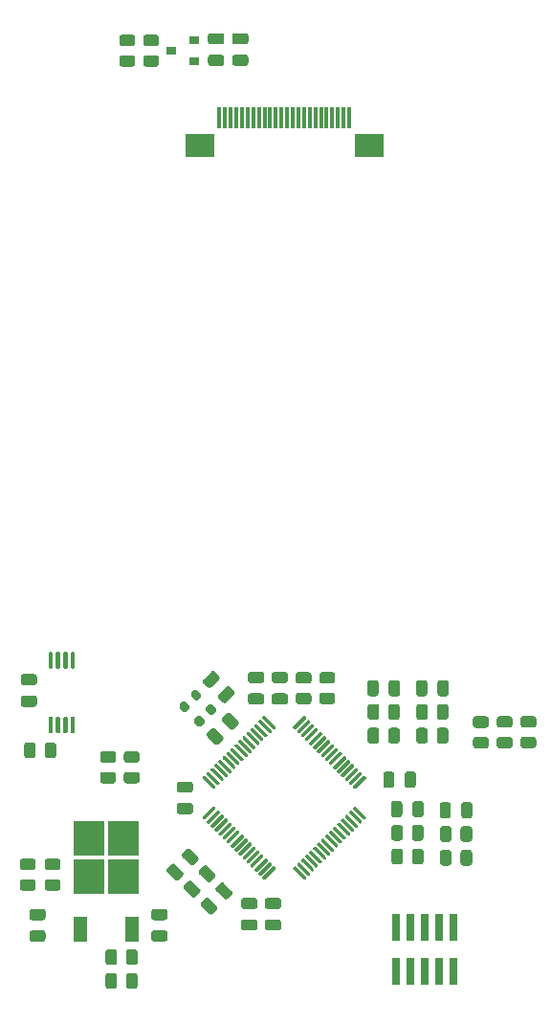
<source format=gbp>
G04 #@! TF.GenerationSoftware,KiCad,Pcbnew,(5.1.12)-1*
G04 #@! TF.CreationDate,2022-09-28T12:59:49-05:00*
G04 #@! TF.ProjectId,Controller_Borad,436f6e74-726f-46c6-9c65-725f426f7261,rev?*
G04 #@! TF.SameCoordinates,Original*
G04 #@! TF.FileFunction,Paste,Bot*
G04 #@! TF.FilePolarity,Positive*
%FSLAX46Y46*%
G04 Gerber Fmt 4.6, Leading zero omitted, Abs format (unit mm)*
G04 Created by KiCad (PCBNEW (5.1.12)-1) date 2022-09-28 12:59:49*
%MOMM*%
%LPD*%
G01*
G04 APERTURE LIST*
%ADD10R,2.500000X2.000000*%
%ADD11R,0.300000X1.900000*%
%ADD12R,0.900000X0.800000*%
%ADD13R,0.740000X2.400000*%
%ADD14R,2.750000X3.050000*%
%ADD15R,1.200000X2.200000*%
G04 APERTURE END LIST*
D10*
X232500000Y-61000000D03*
X247500000Y-61000000D03*
D11*
X245750000Y-58500000D03*
X245250000Y-58500000D03*
X244750000Y-58500000D03*
X244250000Y-58500000D03*
X243750000Y-58500000D03*
X243250000Y-58500000D03*
X242750000Y-58500000D03*
X242250000Y-58500000D03*
X241750000Y-58500000D03*
X241250000Y-58500000D03*
X240750000Y-58500000D03*
X240250000Y-58500000D03*
X239750000Y-58500000D03*
X239250000Y-58500000D03*
X238750000Y-58500000D03*
X238250000Y-58500000D03*
X237750000Y-58500000D03*
X237250000Y-58500000D03*
X236750000Y-58500000D03*
X236250000Y-58500000D03*
X235750000Y-58500000D03*
X235250000Y-58500000D03*
X234750000Y-58500000D03*
X234250000Y-58500000D03*
G36*
G01*
X235204073Y-112617678D02*
X234532322Y-111945927D01*
G75*
G02*
X234532322Y-111592373I176777J176777D01*
G01*
X234885875Y-111238820D01*
G75*
G02*
X235239429Y-111238820I176777J-176777D01*
G01*
X235911180Y-111910571D01*
G75*
G02*
X235911180Y-112264125I-176777J-176777D01*
G01*
X235557627Y-112617678D01*
G75*
G02*
X235204073Y-112617678I-176777J176777D01*
G01*
G37*
G36*
G01*
X233860571Y-113961180D02*
X233188820Y-113289429D01*
G75*
G02*
X233188820Y-112935875I176777J176777D01*
G01*
X233542373Y-112582322D01*
G75*
G02*
X233895927Y-112582322I176777J-176777D01*
G01*
X234567678Y-113254073D01*
G75*
G02*
X234567678Y-113607627I-176777J-176777D01*
G01*
X234214125Y-113961180D01*
G75*
G02*
X233860571Y-113961180I-176777J176777D01*
G01*
G37*
G36*
G01*
X234182322Y-109554073D02*
X234854073Y-108882322D01*
G75*
G02*
X235207627Y-108882322I176777J-176777D01*
G01*
X235561180Y-109235875D01*
G75*
G02*
X235561180Y-109589429I-176777J-176777D01*
G01*
X234889429Y-110261180D01*
G75*
G02*
X234535875Y-110261180I-176777J176777D01*
G01*
X234182322Y-109907627D01*
G75*
G02*
X234182322Y-109554073I176777J176777D01*
G01*
G37*
G36*
G01*
X232838820Y-108210571D02*
X233510571Y-107538820D01*
G75*
G02*
X233864125Y-107538820I176777J-176777D01*
G01*
X234217678Y-107892373D01*
G75*
G02*
X234217678Y-108245927I-176777J-176777D01*
G01*
X233545927Y-108917678D01*
G75*
G02*
X233192373Y-108917678I-176777J176777D01*
G01*
X232838820Y-108564125D01*
G75*
G02*
X232838820Y-108210571I176777J176777D01*
G01*
G37*
G36*
G01*
X232588908Y-111473833D02*
X232942461Y-111827386D01*
G75*
G02*
X232942461Y-112110228I-141421J-141421D01*
G01*
X232659618Y-112393071D01*
G75*
G02*
X232376776Y-112393071I-141421J141421D01*
G01*
X232023223Y-112039518D01*
G75*
G02*
X232023223Y-111756676I141421J141421D01*
G01*
X232306066Y-111473833D01*
G75*
G02*
X232588908Y-111473833I141421J-141421D01*
G01*
G37*
G36*
G01*
X233614213Y-110448528D02*
X233967766Y-110802081D01*
G75*
G02*
X233967766Y-111084923I-141421J-141421D01*
G01*
X233684923Y-111367766D01*
G75*
G02*
X233402081Y-111367766I-141421J141421D01*
G01*
X233048528Y-111014213D01*
G75*
G02*
X233048528Y-110731371I141421J141421D01*
G01*
X233331371Y-110448528D01*
G75*
G02*
X233614213Y-110448528I141421J-141421D01*
G01*
G37*
G36*
G01*
X231280761Y-110165686D02*
X231634314Y-110519239D01*
G75*
G02*
X231634314Y-110802081I-141421J-141421D01*
G01*
X231351471Y-111084924D01*
G75*
G02*
X231068629Y-111084924I-141421J141421D01*
G01*
X230715076Y-110731371D01*
G75*
G02*
X230715076Y-110448529I141421J141421D01*
G01*
X230997919Y-110165686D01*
G75*
G02*
X231280761Y-110165686I141421J-141421D01*
G01*
G37*
G36*
G01*
X232306066Y-109140381D02*
X232659619Y-109493934D01*
G75*
G02*
X232659619Y-109776776I-141421J-141421D01*
G01*
X232376776Y-110059619D01*
G75*
G02*
X232093934Y-110059619I-141421J141421D01*
G01*
X231740381Y-109706066D01*
G75*
G02*
X231740381Y-109423224I141421J141421D01*
G01*
X232023224Y-109140381D01*
G75*
G02*
X232306066Y-109140381I141421J-141421D01*
G01*
G37*
G36*
G01*
X219225000Y-111525000D02*
X219425000Y-111525000D01*
G75*
G02*
X219525000Y-111625000I0J-100000D01*
G01*
X219525000Y-112900000D01*
G75*
G02*
X219425000Y-113000000I-100000J0D01*
G01*
X219225000Y-113000000D01*
G75*
G02*
X219125000Y-112900000I0J100000D01*
G01*
X219125000Y-111625000D01*
G75*
G02*
X219225000Y-111525000I100000J0D01*
G01*
G37*
G36*
G01*
X219875000Y-111525000D02*
X220075000Y-111525000D01*
G75*
G02*
X220175000Y-111625000I0J-100000D01*
G01*
X220175000Y-112900000D01*
G75*
G02*
X220075000Y-113000000I-100000J0D01*
G01*
X219875000Y-113000000D01*
G75*
G02*
X219775000Y-112900000I0J100000D01*
G01*
X219775000Y-111625000D01*
G75*
G02*
X219875000Y-111525000I100000J0D01*
G01*
G37*
G36*
G01*
X220525000Y-111525000D02*
X220725000Y-111525000D01*
G75*
G02*
X220825000Y-111625000I0J-100000D01*
G01*
X220825000Y-112900000D01*
G75*
G02*
X220725000Y-113000000I-100000J0D01*
G01*
X220525000Y-113000000D01*
G75*
G02*
X220425000Y-112900000I0J100000D01*
G01*
X220425000Y-111625000D01*
G75*
G02*
X220525000Y-111525000I100000J0D01*
G01*
G37*
G36*
G01*
X221175000Y-111525000D02*
X221375000Y-111525000D01*
G75*
G02*
X221475000Y-111625000I0J-100000D01*
G01*
X221475000Y-112900000D01*
G75*
G02*
X221375000Y-113000000I-100000J0D01*
G01*
X221175000Y-113000000D01*
G75*
G02*
X221075000Y-112900000I0J100000D01*
G01*
X221075000Y-111625000D01*
G75*
G02*
X221175000Y-111525000I100000J0D01*
G01*
G37*
G36*
G01*
X221175000Y-105800000D02*
X221375000Y-105800000D01*
G75*
G02*
X221475000Y-105900000I0J-100000D01*
G01*
X221475000Y-107175000D01*
G75*
G02*
X221375000Y-107275000I-100000J0D01*
G01*
X221175000Y-107275000D01*
G75*
G02*
X221075000Y-107175000I0J100000D01*
G01*
X221075000Y-105900000D01*
G75*
G02*
X221175000Y-105800000I100000J0D01*
G01*
G37*
G36*
G01*
X220525000Y-105800000D02*
X220725000Y-105800000D01*
G75*
G02*
X220825000Y-105900000I0J-100000D01*
G01*
X220825000Y-107175000D01*
G75*
G02*
X220725000Y-107275000I-100000J0D01*
G01*
X220525000Y-107275000D01*
G75*
G02*
X220425000Y-107175000I0J100000D01*
G01*
X220425000Y-105900000D01*
G75*
G02*
X220525000Y-105800000I100000J0D01*
G01*
G37*
G36*
G01*
X219875000Y-105800000D02*
X220075000Y-105800000D01*
G75*
G02*
X220175000Y-105900000I0J-100000D01*
G01*
X220175000Y-107175000D01*
G75*
G02*
X220075000Y-107275000I-100000J0D01*
G01*
X219875000Y-107275000D01*
G75*
G02*
X219775000Y-107175000I0J100000D01*
G01*
X219775000Y-105900000D01*
G75*
G02*
X219875000Y-105800000I100000J0D01*
G01*
G37*
G36*
G01*
X219225000Y-105800000D02*
X219425000Y-105800000D01*
G75*
G02*
X219525000Y-105900000I0J-100000D01*
G01*
X219525000Y-107175000D01*
G75*
G02*
X219425000Y-107275000I-100000J0D01*
G01*
X219225000Y-107275000D01*
G75*
G02*
X219125000Y-107175000I0J100000D01*
G01*
X219125000Y-105900000D01*
G75*
G02*
X219225000Y-105800000I100000J0D01*
G01*
G37*
G36*
G01*
X247230167Y-116985266D02*
X246293251Y-117922182D01*
G75*
G02*
X246187185Y-117922182I-53033J53033D01*
G01*
X246081119Y-117816116D01*
G75*
G02*
X246081119Y-117710050I53033J53033D01*
G01*
X247018035Y-116773134D01*
G75*
G02*
X247124101Y-116773134I53033J-53033D01*
G01*
X247230167Y-116879200D01*
G75*
G02*
X247230167Y-116985266I-53033J-53033D01*
G01*
G37*
G36*
G01*
X246876613Y-116631713D02*
X245939697Y-117568629D01*
G75*
G02*
X245833631Y-117568629I-53033J53033D01*
G01*
X245727565Y-117462563D01*
G75*
G02*
X245727565Y-117356497I53033J53033D01*
G01*
X246664481Y-116419581D01*
G75*
G02*
X246770547Y-116419581I53033J-53033D01*
G01*
X246876613Y-116525647D01*
G75*
G02*
X246876613Y-116631713I-53033J-53033D01*
G01*
G37*
G36*
G01*
X246523060Y-116278159D02*
X245586144Y-117215075D01*
G75*
G02*
X245480078Y-117215075I-53033J53033D01*
G01*
X245374012Y-117109009D01*
G75*
G02*
X245374012Y-117002943I53033J53033D01*
G01*
X246310928Y-116066027D01*
G75*
G02*
X246416994Y-116066027I53033J-53033D01*
G01*
X246523060Y-116172093D01*
G75*
G02*
X246523060Y-116278159I-53033J-53033D01*
G01*
G37*
G36*
G01*
X246169506Y-115924606D02*
X245232590Y-116861522D01*
G75*
G02*
X245126524Y-116861522I-53033J53033D01*
G01*
X245020458Y-116755456D01*
G75*
G02*
X245020458Y-116649390I53033J53033D01*
G01*
X245957374Y-115712474D01*
G75*
G02*
X246063440Y-115712474I53033J-53033D01*
G01*
X246169506Y-115818540D01*
G75*
G02*
X246169506Y-115924606I-53033J-53033D01*
G01*
G37*
G36*
G01*
X245815953Y-115571053D02*
X244879037Y-116507969D01*
G75*
G02*
X244772971Y-116507969I-53033J53033D01*
G01*
X244666905Y-116401903D01*
G75*
G02*
X244666905Y-116295837I53033J53033D01*
G01*
X245603821Y-115358921D01*
G75*
G02*
X245709887Y-115358921I53033J-53033D01*
G01*
X245815953Y-115464987D01*
G75*
G02*
X245815953Y-115571053I-53033J-53033D01*
G01*
G37*
G36*
G01*
X245462400Y-115217499D02*
X244525484Y-116154415D01*
G75*
G02*
X244419418Y-116154415I-53033J53033D01*
G01*
X244313352Y-116048349D01*
G75*
G02*
X244313352Y-115942283I53033J53033D01*
G01*
X245250268Y-115005367D01*
G75*
G02*
X245356334Y-115005367I53033J-53033D01*
G01*
X245462400Y-115111433D01*
G75*
G02*
X245462400Y-115217499I-53033J-53033D01*
G01*
G37*
G36*
G01*
X245108846Y-114863946D02*
X244171930Y-115800862D01*
G75*
G02*
X244065864Y-115800862I-53033J53033D01*
G01*
X243959798Y-115694796D01*
G75*
G02*
X243959798Y-115588730I53033J53033D01*
G01*
X244896714Y-114651814D01*
G75*
G02*
X245002780Y-114651814I53033J-53033D01*
G01*
X245108846Y-114757880D01*
G75*
G02*
X245108846Y-114863946I-53033J-53033D01*
G01*
G37*
G36*
G01*
X244755293Y-114510393D02*
X243818377Y-115447309D01*
G75*
G02*
X243712311Y-115447309I-53033J53033D01*
G01*
X243606245Y-115341243D01*
G75*
G02*
X243606245Y-115235177I53033J53033D01*
G01*
X244543161Y-114298261D01*
G75*
G02*
X244649227Y-114298261I53033J-53033D01*
G01*
X244755293Y-114404327D01*
G75*
G02*
X244755293Y-114510393I-53033J-53033D01*
G01*
G37*
G36*
G01*
X244401739Y-114156839D02*
X243464823Y-115093755D01*
G75*
G02*
X243358757Y-115093755I-53033J53033D01*
G01*
X243252691Y-114987689D01*
G75*
G02*
X243252691Y-114881623I53033J53033D01*
G01*
X244189607Y-113944707D01*
G75*
G02*
X244295673Y-113944707I53033J-53033D01*
G01*
X244401739Y-114050773D01*
G75*
G02*
X244401739Y-114156839I-53033J-53033D01*
G01*
G37*
G36*
G01*
X244048186Y-113803286D02*
X243111270Y-114740202D01*
G75*
G02*
X243005204Y-114740202I-53033J53033D01*
G01*
X242899138Y-114634136D01*
G75*
G02*
X242899138Y-114528070I53033J53033D01*
G01*
X243836054Y-113591154D01*
G75*
G02*
X243942120Y-113591154I53033J-53033D01*
G01*
X244048186Y-113697220D01*
G75*
G02*
X244048186Y-113803286I-53033J-53033D01*
G01*
G37*
G36*
G01*
X243694633Y-113449732D02*
X242757717Y-114386648D01*
G75*
G02*
X242651651Y-114386648I-53033J53033D01*
G01*
X242545585Y-114280582D01*
G75*
G02*
X242545585Y-114174516I53033J53033D01*
G01*
X243482501Y-113237600D01*
G75*
G02*
X243588567Y-113237600I53033J-53033D01*
G01*
X243694633Y-113343666D01*
G75*
G02*
X243694633Y-113449732I-53033J-53033D01*
G01*
G37*
G36*
G01*
X243341079Y-113096179D02*
X242404163Y-114033095D01*
G75*
G02*
X242298097Y-114033095I-53033J53033D01*
G01*
X242192031Y-113927029D01*
G75*
G02*
X242192031Y-113820963I53033J53033D01*
G01*
X243128947Y-112884047D01*
G75*
G02*
X243235013Y-112884047I53033J-53033D01*
G01*
X243341079Y-112990113D01*
G75*
G02*
X243341079Y-113096179I-53033J-53033D01*
G01*
G37*
G36*
G01*
X242987526Y-112742626D02*
X242050610Y-113679542D01*
G75*
G02*
X241944544Y-113679542I-53033J53033D01*
G01*
X241838478Y-113573476D01*
G75*
G02*
X241838478Y-113467410I53033J53033D01*
G01*
X242775394Y-112530494D01*
G75*
G02*
X242881460Y-112530494I53033J-53033D01*
G01*
X242987526Y-112636560D01*
G75*
G02*
X242987526Y-112742626I-53033J-53033D01*
G01*
G37*
G36*
G01*
X242633973Y-112389072D02*
X241697057Y-113325988D01*
G75*
G02*
X241590991Y-113325988I-53033J53033D01*
G01*
X241484925Y-113219922D01*
G75*
G02*
X241484925Y-113113856I53033J53033D01*
G01*
X242421841Y-112176940D01*
G75*
G02*
X242527907Y-112176940I53033J-53033D01*
G01*
X242633973Y-112283006D01*
G75*
G02*
X242633973Y-112389072I-53033J-53033D01*
G01*
G37*
G36*
G01*
X242280419Y-112035519D02*
X241343503Y-112972435D01*
G75*
G02*
X241237437Y-112972435I-53033J53033D01*
G01*
X241131371Y-112866369D01*
G75*
G02*
X241131371Y-112760303I53033J53033D01*
G01*
X242068287Y-111823387D01*
G75*
G02*
X242174353Y-111823387I53033J-53033D01*
G01*
X242280419Y-111929453D01*
G75*
G02*
X242280419Y-112035519I-53033J-53033D01*
G01*
G37*
G36*
G01*
X241926866Y-111681965D02*
X240989950Y-112618881D01*
G75*
G02*
X240883884Y-112618881I-53033J53033D01*
G01*
X240777818Y-112512815D01*
G75*
G02*
X240777818Y-112406749I53033J53033D01*
G01*
X241714734Y-111469833D01*
G75*
G02*
X241820800Y-111469833I53033J-53033D01*
G01*
X241926866Y-111575899D01*
G75*
G02*
X241926866Y-111681965I-53033J-53033D01*
G01*
G37*
G36*
G01*
X239222182Y-112512815D02*
X239116116Y-112618881D01*
G75*
G02*
X239010050Y-112618881I-53033J53033D01*
G01*
X238073134Y-111681965D01*
G75*
G02*
X238073134Y-111575899I53033J53033D01*
G01*
X238179200Y-111469833D01*
G75*
G02*
X238285266Y-111469833I53033J-53033D01*
G01*
X239222182Y-112406749D01*
G75*
G02*
X239222182Y-112512815I-53033J-53033D01*
G01*
G37*
G36*
G01*
X238868629Y-112866369D02*
X238762563Y-112972435D01*
G75*
G02*
X238656497Y-112972435I-53033J53033D01*
G01*
X237719581Y-112035519D01*
G75*
G02*
X237719581Y-111929453I53033J53033D01*
G01*
X237825647Y-111823387D01*
G75*
G02*
X237931713Y-111823387I53033J-53033D01*
G01*
X238868629Y-112760303D01*
G75*
G02*
X238868629Y-112866369I-53033J-53033D01*
G01*
G37*
G36*
G01*
X238515075Y-113219922D02*
X238409009Y-113325988D01*
G75*
G02*
X238302943Y-113325988I-53033J53033D01*
G01*
X237366027Y-112389072D01*
G75*
G02*
X237366027Y-112283006I53033J53033D01*
G01*
X237472093Y-112176940D01*
G75*
G02*
X237578159Y-112176940I53033J-53033D01*
G01*
X238515075Y-113113856D01*
G75*
G02*
X238515075Y-113219922I-53033J-53033D01*
G01*
G37*
G36*
G01*
X238161522Y-113573476D02*
X238055456Y-113679542D01*
G75*
G02*
X237949390Y-113679542I-53033J53033D01*
G01*
X237012474Y-112742626D01*
G75*
G02*
X237012474Y-112636560I53033J53033D01*
G01*
X237118540Y-112530494D01*
G75*
G02*
X237224606Y-112530494I53033J-53033D01*
G01*
X238161522Y-113467410D01*
G75*
G02*
X238161522Y-113573476I-53033J-53033D01*
G01*
G37*
G36*
G01*
X237807969Y-113927029D02*
X237701903Y-114033095D01*
G75*
G02*
X237595837Y-114033095I-53033J53033D01*
G01*
X236658921Y-113096179D01*
G75*
G02*
X236658921Y-112990113I53033J53033D01*
G01*
X236764987Y-112884047D01*
G75*
G02*
X236871053Y-112884047I53033J-53033D01*
G01*
X237807969Y-113820963D01*
G75*
G02*
X237807969Y-113927029I-53033J-53033D01*
G01*
G37*
G36*
G01*
X237454415Y-114280582D02*
X237348349Y-114386648D01*
G75*
G02*
X237242283Y-114386648I-53033J53033D01*
G01*
X236305367Y-113449732D01*
G75*
G02*
X236305367Y-113343666I53033J53033D01*
G01*
X236411433Y-113237600D01*
G75*
G02*
X236517499Y-113237600I53033J-53033D01*
G01*
X237454415Y-114174516D01*
G75*
G02*
X237454415Y-114280582I-53033J-53033D01*
G01*
G37*
G36*
G01*
X237100862Y-114634136D02*
X236994796Y-114740202D01*
G75*
G02*
X236888730Y-114740202I-53033J53033D01*
G01*
X235951814Y-113803286D01*
G75*
G02*
X235951814Y-113697220I53033J53033D01*
G01*
X236057880Y-113591154D01*
G75*
G02*
X236163946Y-113591154I53033J-53033D01*
G01*
X237100862Y-114528070D01*
G75*
G02*
X237100862Y-114634136I-53033J-53033D01*
G01*
G37*
G36*
G01*
X236747309Y-114987689D02*
X236641243Y-115093755D01*
G75*
G02*
X236535177Y-115093755I-53033J53033D01*
G01*
X235598261Y-114156839D01*
G75*
G02*
X235598261Y-114050773I53033J53033D01*
G01*
X235704327Y-113944707D01*
G75*
G02*
X235810393Y-113944707I53033J-53033D01*
G01*
X236747309Y-114881623D01*
G75*
G02*
X236747309Y-114987689I-53033J-53033D01*
G01*
G37*
G36*
G01*
X236393755Y-115341243D02*
X236287689Y-115447309D01*
G75*
G02*
X236181623Y-115447309I-53033J53033D01*
G01*
X235244707Y-114510393D01*
G75*
G02*
X235244707Y-114404327I53033J53033D01*
G01*
X235350773Y-114298261D01*
G75*
G02*
X235456839Y-114298261I53033J-53033D01*
G01*
X236393755Y-115235177D01*
G75*
G02*
X236393755Y-115341243I-53033J-53033D01*
G01*
G37*
G36*
G01*
X236040202Y-115694796D02*
X235934136Y-115800862D01*
G75*
G02*
X235828070Y-115800862I-53033J53033D01*
G01*
X234891154Y-114863946D01*
G75*
G02*
X234891154Y-114757880I53033J53033D01*
G01*
X234997220Y-114651814D01*
G75*
G02*
X235103286Y-114651814I53033J-53033D01*
G01*
X236040202Y-115588730D01*
G75*
G02*
X236040202Y-115694796I-53033J-53033D01*
G01*
G37*
G36*
G01*
X235686648Y-116048349D02*
X235580582Y-116154415D01*
G75*
G02*
X235474516Y-116154415I-53033J53033D01*
G01*
X234537600Y-115217499D01*
G75*
G02*
X234537600Y-115111433I53033J53033D01*
G01*
X234643666Y-115005367D01*
G75*
G02*
X234749732Y-115005367I53033J-53033D01*
G01*
X235686648Y-115942283D01*
G75*
G02*
X235686648Y-116048349I-53033J-53033D01*
G01*
G37*
G36*
G01*
X235333095Y-116401903D02*
X235227029Y-116507969D01*
G75*
G02*
X235120963Y-116507969I-53033J53033D01*
G01*
X234184047Y-115571053D01*
G75*
G02*
X234184047Y-115464987I53033J53033D01*
G01*
X234290113Y-115358921D01*
G75*
G02*
X234396179Y-115358921I53033J-53033D01*
G01*
X235333095Y-116295837D01*
G75*
G02*
X235333095Y-116401903I-53033J-53033D01*
G01*
G37*
G36*
G01*
X234979542Y-116755456D02*
X234873476Y-116861522D01*
G75*
G02*
X234767410Y-116861522I-53033J53033D01*
G01*
X233830494Y-115924606D01*
G75*
G02*
X233830494Y-115818540I53033J53033D01*
G01*
X233936560Y-115712474D01*
G75*
G02*
X234042626Y-115712474I53033J-53033D01*
G01*
X234979542Y-116649390D01*
G75*
G02*
X234979542Y-116755456I-53033J-53033D01*
G01*
G37*
G36*
G01*
X234625988Y-117109009D02*
X234519922Y-117215075D01*
G75*
G02*
X234413856Y-117215075I-53033J53033D01*
G01*
X233476940Y-116278159D01*
G75*
G02*
X233476940Y-116172093I53033J53033D01*
G01*
X233583006Y-116066027D01*
G75*
G02*
X233689072Y-116066027I53033J-53033D01*
G01*
X234625988Y-117002943D01*
G75*
G02*
X234625988Y-117109009I-53033J-53033D01*
G01*
G37*
G36*
G01*
X234272435Y-117462563D02*
X234166369Y-117568629D01*
G75*
G02*
X234060303Y-117568629I-53033J53033D01*
G01*
X233123387Y-116631713D01*
G75*
G02*
X233123387Y-116525647I53033J53033D01*
G01*
X233229453Y-116419581D01*
G75*
G02*
X233335519Y-116419581I53033J-53033D01*
G01*
X234272435Y-117356497D01*
G75*
G02*
X234272435Y-117462563I-53033J-53033D01*
G01*
G37*
G36*
G01*
X233918881Y-117816116D02*
X233812815Y-117922182D01*
G75*
G02*
X233706749Y-117922182I-53033J53033D01*
G01*
X232769833Y-116985266D01*
G75*
G02*
X232769833Y-116879200I53033J53033D01*
G01*
X232875899Y-116773134D01*
G75*
G02*
X232981965Y-116773134I53033J-53033D01*
G01*
X233918881Y-117710050D01*
G75*
G02*
X233918881Y-117816116I-53033J-53033D01*
G01*
G37*
G36*
G01*
X233918881Y-119689950D02*
X232981965Y-120626866D01*
G75*
G02*
X232875899Y-120626866I-53033J53033D01*
G01*
X232769833Y-120520800D01*
G75*
G02*
X232769833Y-120414734I53033J53033D01*
G01*
X233706749Y-119477818D01*
G75*
G02*
X233812815Y-119477818I53033J-53033D01*
G01*
X233918881Y-119583884D01*
G75*
G02*
X233918881Y-119689950I-53033J-53033D01*
G01*
G37*
G36*
G01*
X234272435Y-120043503D02*
X233335519Y-120980419D01*
G75*
G02*
X233229453Y-120980419I-53033J53033D01*
G01*
X233123387Y-120874353D01*
G75*
G02*
X233123387Y-120768287I53033J53033D01*
G01*
X234060303Y-119831371D01*
G75*
G02*
X234166369Y-119831371I53033J-53033D01*
G01*
X234272435Y-119937437D01*
G75*
G02*
X234272435Y-120043503I-53033J-53033D01*
G01*
G37*
G36*
G01*
X234625988Y-120397057D02*
X233689072Y-121333973D01*
G75*
G02*
X233583006Y-121333973I-53033J53033D01*
G01*
X233476940Y-121227907D01*
G75*
G02*
X233476940Y-121121841I53033J53033D01*
G01*
X234413856Y-120184925D01*
G75*
G02*
X234519922Y-120184925I53033J-53033D01*
G01*
X234625988Y-120290991D01*
G75*
G02*
X234625988Y-120397057I-53033J-53033D01*
G01*
G37*
G36*
G01*
X234979542Y-120750610D02*
X234042626Y-121687526D01*
G75*
G02*
X233936560Y-121687526I-53033J53033D01*
G01*
X233830494Y-121581460D01*
G75*
G02*
X233830494Y-121475394I53033J53033D01*
G01*
X234767410Y-120538478D01*
G75*
G02*
X234873476Y-120538478I53033J-53033D01*
G01*
X234979542Y-120644544D01*
G75*
G02*
X234979542Y-120750610I-53033J-53033D01*
G01*
G37*
G36*
G01*
X235333095Y-121104163D02*
X234396179Y-122041079D01*
G75*
G02*
X234290113Y-122041079I-53033J53033D01*
G01*
X234184047Y-121935013D01*
G75*
G02*
X234184047Y-121828947I53033J53033D01*
G01*
X235120963Y-120892031D01*
G75*
G02*
X235227029Y-120892031I53033J-53033D01*
G01*
X235333095Y-120998097D01*
G75*
G02*
X235333095Y-121104163I-53033J-53033D01*
G01*
G37*
G36*
G01*
X235686648Y-121457717D02*
X234749732Y-122394633D01*
G75*
G02*
X234643666Y-122394633I-53033J53033D01*
G01*
X234537600Y-122288567D01*
G75*
G02*
X234537600Y-122182501I53033J53033D01*
G01*
X235474516Y-121245585D01*
G75*
G02*
X235580582Y-121245585I53033J-53033D01*
G01*
X235686648Y-121351651D01*
G75*
G02*
X235686648Y-121457717I-53033J-53033D01*
G01*
G37*
G36*
G01*
X236040202Y-121811270D02*
X235103286Y-122748186D01*
G75*
G02*
X234997220Y-122748186I-53033J53033D01*
G01*
X234891154Y-122642120D01*
G75*
G02*
X234891154Y-122536054I53033J53033D01*
G01*
X235828070Y-121599138D01*
G75*
G02*
X235934136Y-121599138I53033J-53033D01*
G01*
X236040202Y-121705204D01*
G75*
G02*
X236040202Y-121811270I-53033J-53033D01*
G01*
G37*
G36*
G01*
X236393755Y-122164823D02*
X235456839Y-123101739D01*
G75*
G02*
X235350773Y-123101739I-53033J53033D01*
G01*
X235244707Y-122995673D01*
G75*
G02*
X235244707Y-122889607I53033J53033D01*
G01*
X236181623Y-121952691D01*
G75*
G02*
X236287689Y-121952691I53033J-53033D01*
G01*
X236393755Y-122058757D01*
G75*
G02*
X236393755Y-122164823I-53033J-53033D01*
G01*
G37*
G36*
G01*
X236747309Y-122518377D02*
X235810393Y-123455293D01*
G75*
G02*
X235704327Y-123455293I-53033J53033D01*
G01*
X235598261Y-123349227D01*
G75*
G02*
X235598261Y-123243161I53033J53033D01*
G01*
X236535177Y-122306245D01*
G75*
G02*
X236641243Y-122306245I53033J-53033D01*
G01*
X236747309Y-122412311D01*
G75*
G02*
X236747309Y-122518377I-53033J-53033D01*
G01*
G37*
G36*
G01*
X237100862Y-122871930D02*
X236163946Y-123808846D01*
G75*
G02*
X236057880Y-123808846I-53033J53033D01*
G01*
X235951814Y-123702780D01*
G75*
G02*
X235951814Y-123596714I53033J53033D01*
G01*
X236888730Y-122659798D01*
G75*
G02*
X236994796Y-122659798I53033J-53033D01*
G01*
X237100862Y-122765864D01*
G75*
G02*
X237100862Y-122871930I-53033J-53033D01*
G01*
G37*
G36*
G01*
X237454415Y-123225484D02*
X236517499Y-124162400D01*
G75*
G02*
X236411433Y-124162400I-53033J53033D01*
G01*
X236305367Y-124056334D01*
G75*
G02*
X236305367Y-123950268I53033J53033D01*
G01*
X237242283Y-123013352D01*
G75*
G02*
X237348349Y-123013352I53033J-53033D01*
G01*
X237454415Y-123119418D01*
G75*
G02*
X237454415Y-123225484I-53033J-53033D01*
G01*
G37*
G36*
G01*
X237807969Y-123579037D02*
X236871053Y-124515953D01*
G75*
G02*
X236764987Y-124515953I-53033J53033D01*
G01*
X236658921Y-124409887D01*
G75*
G02*
X236658921Y-124303821I53033J53033D01*
G01*
X237595837Y-123366905D01*
G75*
G02*
X237701903Y-123366905I53033J-53033D01*
G01*
X237807969Y-123472971D01*
G75*
G02*
X237807969Y-123579037I-53033J-53033D01*
G01*
G37*
G36*
G01*
X238161522Y-123932590D02*
X237224606Y-124869506D01*
G75*
G02*
X237118540Y-124869506I-53033J53033D01*
G01*
X237012474Y-124763440D01*
G75*
G02*
X237012474Y-124657374I53033J53033D01*
G01*
X237949390Y-123720458D01*
G75*
G02*
X238055456Y-123720458I53033J-53033D01*
G01*
X238161522Y-123826524D01*
G75*
G02*
X238161522Y-123932590I-53033J-53033D01*
G01*
G37*
G36*
G01*
X238515075Y-124286144D02*
X237578159Y-125223060D01*
G75*
G02*
X237472093Y-125223060I-53033J53033D01*
G01*
X237366027Y-125116994D01*
G75*
G02*
X237366027Y-125010928I53033J53033D01*
G01*
X238302943Y-124074012D01*
G75*
G02*
X238409009Y-124074012I53033J-53033D01*
G01*
X238515075Y-124180078D01*
G75*
G02*
X238515075Y-124286144I-53033J-53033D01*
G01*
G37*
G36*
G01*
X238868629Y-124639697D02*
X237931713Y-125576613D01*
G75*
G02*
X237825647Y-125576613I-53033J53033D01*
G01*
X237719581Y-125470547D01*
G75*
G02*
X237719581Y-125364481I53033J53033D01*
G01*
X238656497Y-124427565D01*
G75*
G02*
X238762563Y-124427565I53033J-53033D01*
G01*
X238868629Y-124533631D01*
G75*
G02*
X238868629Y-124639697I-53033J-53033D01*
G01*
G37*
G36*
G01*
X239222182Y-124993251D02*
X238285266Y-125930167D01*
G75*
G02*
X238179200Y-125930167I-53033J53033D01*
G01*
X238073134Y-125824101D01*
G75*
G02*
X238073134Y-125718035I53033J53033D01*
G01*
X239010050Y-124781119D01*
G75*
G02*
X239116116Y-124781119I53033J-53033D01*
G01*
X239222182Y-124887185D01*
G75*
G02*
X239222182Y-124993251I-53033J-53033D01*
G01*
G37*
G36*
G01*
X241926866Y-125824101D02*
X241820800Y-125930167D01*
G75*
G02*
X241714734Y-125930167I-53033J53033D01*
G01*
X240777818Y-124993251D01*
G75*
G02*
X240777818Y-124887185I53033J53033D01*
G01*
X240883884Y-124781119D01*
G75*
G02*
X240989950Y-124781119I53033J-53033D01*
G01*
X241926866Y-125718035D01*
G75*
G02*
X241926866Y-125824101I-53033J-53033D01*
G01*
G37*
G36*
G01*
X242280419Y-125470547D02*
X242174353Y-125576613D01*
G75*
G02*
X242068287Y-125576613I-53033J53033D01*
G01*
X241131371Y-124639697D01*
G75*
G02*
X241131371Y-124533631I53033J53033D01*
G01*
X241237437Y-124427565D01*
G75*
G02*
X241343503Y-124427565I53033J-53033D01*
G01*
X242280419Y-125364481D01*
G75*
G02*
X242280419Y-125470547I-53033J-53033D01*
G01*
G37*
G36*
G01*
X242633973Y-125116994D02*
X242527907Y-125223060D01*
G75*
G02*
X242421841Y-125223060I-53033J53033D01*
G01*
X241484925Y-124286144D01*
G75*
G02*
X241484925Y-124180078I53033J53033D01*
G01*
X241590991Y-124074012D01*
G75*
G02*
X241697057Y-124074012I53033J-53033D01*
G01*
X242633973Y-125010928D01*
G75*
G02*
X242633973Y-125116994I-53033J-53033D01*
G01*
G37*
G36*
G01*
X242987526Y-124763440D02*
X242881460Y-124869506D01*
G75*
G02*
X242775394Y-124869506I-53033J53033D01*
G01*
X241838478Y-123932590D01*
G75*
G02*
X241838478Y-123826524I53033J53033D01*
G01*
X241944544Y-123720458D01*
G75*
G02*
X242050610Y-123720458I53033J-53033D01*
G01*
X242987526Y-124657374D01*
G75*
G02*
X242987526Y-124763440I-53033J-53033D01*
G01*
G37*
G36*
G01*
X243341079Y-124409887D02*
X243235013Y-124515953D01*
G75*
G02*
X243128947Y-124515953I-53033J53033D01*
G01*
X242192031Y-123579037D01*
G75*
G02*
X242192031Y-123472971I53033J53033D01*
G01*
X242298097Y-123366905D01*
G75*
G02*
X242404163Y-123366905I53033J-53033D01*
G01*
X243341079Y-124303821D01*
G75*
G02*
X243341079Y-124409887I-53033J-53033D01*
G01*
G37*
G36*
G01*
X243694633Y-124056334D02*
X243588567Y-124162400D01*
G75*
G02*
X243482501Y-124162400I-53033J53033D01*
G01*
X242545585Y-123225484D01*
G75*
G02*
X242545585Y-123119418I53033J53033D01*
G01*
X242651651Y-123013352D01*
G75*
G02*
X242757717Y-123013352I53033J-53033D01*
G01*
X243694633Y-123950268D01*
G75*
G02*
X243694633Y-124056334I-53033J-53033D01*
G01*
G37*
G36*
G01*
X244048186Y-123702780D02*
X243942120Y-123808846D01*
G75*
G02*
X243836054Y-123808846I-53033J53033D01*
G01*
X242899138Y-122871930D01*
G75*
G02*
X242899138Y-122765864I53033J53033D01*
G01*
X243005204Y-122659798D01*
G75*
G02*
X243111270Y-122659798I53033J-53033D01*
G01*
X244048186Y-123596714D01*
G75*
G02*
X244048186Y-123702780I-53033J-53033D01*
G01*
G37*
G36*
G01*
X244401739Y-123349227D02*
X244295673Y-123455293D01*
G75*
G02*
X244189607Y-123455293I-53033J53033D01*
G01*
X243252691Y-122518377D01*
G75*
G02*
X243252691Y-122412311I53033J53033D01*
G01*
X243358757Y-122306245D01*
G75*
G02*
X243464823Y-122306245I53033J-53033D01*
G01*
X244401739Y-123243161D01*
G75*
G02*
X244401739Y-123349227I-53033J-53033D01*
G01*
G37*
G36*
G01*
X244755293Y-122995673D02*
X244649227Y-123101739D01*
G75*
G02*
X244543161Y-123101739I-53033J53033D01*
G01*
X243606245Y-122164823D01*
G75*
G02*
X243606245Y-122058757I53033J53033D01*
G01*
X243712311Y-121952691D01*
G75*
G02*
X243818377Y-121952691I53033J-53033D01*
G01*
X244755293Y-122889607D01*
G75*
G02*
X244755293Y-122995673I-53033J-53033D01*
G01*
G37*
G36*
G01*
X245108846Y-122642120D02*
X245002780Y-122748186D01*
G75*
G02*
X244896714Y-122748186I-53033J53033D01*
G01*
X243959798Y-121811270D01*
G75*
G02*
X243959798Y-121705204I53033J53033D01*
G01*
X244065864Y-121599138D01*
G75*
G02*
X244171930Y-121599138I53033J-53033D01*
G01*
X245108846Y-122536054D01*
G75*
G02*
X245108846Y-122642120I-53033J-53033D01*
G01*
G37*
G36*
G01*
X245462400Y-122288567D02*
X245356334Y-122394633D01*
G75*
G02*
X245250268Y-122394633I-53033J53033D01*
G01*
X244313352Y-121457717D01*
G75*
G02*
X244313352Y-121351651I53033J53033D01*
G01*
X244419418Y-121245585D01*
G75*
G02*
X244525484Y-121245585I53033J-53033D01*
G01*
X245462400Y-122182501D01*
G75*
G02*
X245462400Y-122288567I-53033J-53033D01*
G01*
G37*
G36*
G01*
X245815953Y-121935013D02*
X245709887Y-122041079D01*
G75*
G02*
X245603821Y-122041079I-53033J53033D01*
G01*
X244666905Y-121104163D01*
G75*
G02*
X244666905Y-120998097I53033J53033D01*
G01*
X244772971Y-120892031D01*
G75*
G02*
X244879037Y-120892031I53033J-53033D01*
G01*
X245815953Y-121828947D01*
G75*
G02*
X245815953Y-121935013I-53033J-53033D01*
G01*
G37*
G36*
G01*
X246169506Y-121581460D02*
X246063440Y-121687526D01*
G75*
G02*
X245957374Y-121687526I-53033J53033D01*
G01*
X245020458Y-120750610D01*
G75*
G02*
X245020458Y-120644544I53033J53033D01*
G01*
X245126524Y-120538478D01*
G75*
G02*
X245232590Y-120538478I53033J-53033D01*
G01*
X246169506Y-121475394D01*
G75*
G02*
X246169506Y-121581460I-53033J-53033D01*
G01*
G37*
G36*
G01*
X246523060Y-121227907D02*
X246416994Y-121333973D01*
G75*
G02*
X246310928Y-121333973I-53033J53033D01*
G01*
X245374012Y-120397057D01*
G75*
G02*
X245374012Y-120290991I53033J53033D01*
G01*
X245480078Y-120184925D01*
G75*
G02*
X245586144Y-120184925I53033J-53033D01*
G01*
X246523060Y-121121841D01*
G75*
G02*
X246523060Y-121227907I-53033J-53033D01*
G01*
G37*
G36*
G01*
X246876613Y-120874353D02*
X246770547Y-120980419D01*
G75*
G02*
X246664481Y-120980419I-53033J53033D01*
G01*
X245727565Y-120043503D01*
G75*
G02*
X245727565Y-119937437I53033J53033D01*
G01*
X245833631Y-119831371D01*
G75*
G02*
X245939697Y-119831371I53033J-53033D01*
G01*
X246876613Y-120768287D01*
G75*
G02*
X246876613Y-120874353I-53033J-53033D01*
G01*
G37*
G36*
G01*
X247230167Y-120520800D02*
X247124101Y-120626866D01*
G75*
G02*
X247018035Y-120626866I-53033J53033D01*
G01*
X246081119Y-119689950D01*
G75*
G02*
X246081119Y-119583884I53033J53033D01*
G01*
X246187185Y-119477818D01*
G75*
G02*
X246293251Y-119477818I53033J-53033D01*
G01*
X247230167Y-120414734D01*
G75*
G02*
X247230167Y-120520800I-53033J-53033D01*
G01*
G37*
G36*
G01*
X253500000Y-111550002D02*
X253500000Y-110649998D01*
G75*
G02*
X253749998Y-110400000I249998J0D01*
G01*
X254275002Y-110400000D01*
G75*
G02*
X254525000Y-110649998I0J-249998D01*
G01*
X254525000Y-111550002D01*
G75*
G02*
X254275002Y-111800000I-249998J0D01*
G01*
X253749998Y-111800000D01*
G75*
G02*
X253500000Y-111550002I0J249998D01*
G01*
G37*
G36*
G01*
X251675000Y-111550002D02*
X251675000Y-110649998D01*
G75*
G02*
X251924998Y-110400000I249998J0D01*
G01*
X252450002Y-110400000D01*
G75*
G02*
X252700000Y-110649998I0J-249998D01*
G01*
X252700000Y-111550002D01*
G75*
G02*
X252450002Y-111800000I-249998J0D01*
G01*
X251924998Y-111800000D01*
G75*
G02*
X251675000Y-111550002I0J249998D01*
G01*
G37*
G36*
G01*
X252700000Y-112749998D02*
X252700000Y-113650002D01*
G75*
G02*
X252450002Y-113900000I-249998J0D01*
G01*
X251924998Y-113900000D01*
G75*
G02*
X251675000Y-113650002I0J249998D01*
G01*
X251675000Y-112749998D01*
G75*
G02*
X251924998Y-112500000I249998J0D01*
G01*
X252450002Y-112500000D01*
G75*
G02*
X252700000Y-112749998I0J-249998D01*
G01*
G37*
G36*
G01*
X254525000Y-112749998D02*
X254525000Y-113650002D01*
G75*
G02*
X254275002Y-113900000I-249998J0D01*
G01*
X253749998Y-113900000D01*
G75*
G02*
X253500000Y-113650002I0J249998D01*
G01*
X253500000Y-112749998D01*
G75*
G02*
X253749998Y-112500000I249998J0D01*
G01*
X254275002Y-112500000D01*
G75*
G02*
X254525000Y-112749998I0J-249998D01*
G01*
G37*
G36*
G01*
X255600000Y-122350002D02*
X255600000Y-121449998D01*
G75*
G02*
X255849998Y-121200000I249998J0D01*
G01*
X256375002Y-121200000D01*
G75*
G02*
X256625000Y-121449998I0J-249998D01*
G01*
X256625000Y-122350002D01*
G75*
G02*
X256375002Y-122600000I-249998J0D01*
G01*
X255849998Y-122600000D01*
G75*
G02*
X255600000Y-122350002I0J249998D01*
G01*
G37*
G36*
G01*
X253775000Y-122350002D02*
X253775000Y-121449998D01*
G75*
G02*
X254024998Y-121200000I249998J0D01*
G01*
X254550002Y-121200000D01*
G75*
G02*
X254800000Y-121449998I0J-249998D01*
G01*
X254800000Y-122350002D01*
G75*
G02*
X254550002Y-122600000I-249998J0D01*
G01*
X254024998Y-122600000D01*
G75*
G02*
X253775000Y-122350002I0J249998D01*
G01*
G37*
G36*
G01*
X254800000Y-123549998D02*
X254800000Y-124450002D01*
G75*
G02*
X254550002Y-124700000I-249998J0D01*
G01*
X254024998Y-124700000D01*
G75*
G02*
X253775000Y-124450002I0J249998D01*
G01*
X253775000Y-123549998D01*
G75*
G02*
X254024998Y-123300000I249998J0D01*
G01*
X254550002Y-123300000D01*
G75*
G02*
X254800000Y-123549998I0J-249998D01*
G01*
G37*
G36*
G01*
X256625000Y-123549998D02*
X256625000Y-124450002D01*
G75*
G02*
X256375002Y-124700000I-249998J0D01*
G01*
X255849998Y-124700000D01*
G75*
G02*
X255600000Y-124450002I0J249998D01*
G01*
X255600000Y-123549998D01*
G75*
G02*
X255849998Y-123300000I249998J0D01*
G01*
X256375002Y-123300000D01*
G75*
G02*
X256625000Y-123549998I0J-249998D01*
G01*
G37*
G36*
G01*
X242150002Y-108600000D02*
X241249998Y-108600000D01*
G75*
G02*
X241000000Y-108350002I0J249998D01*
G01*
X241000000Y-107824998D01*
G75*
G02*
X241249998Y-107575000I249998J0D01*
G01*
X242150002Y-107575000D01*
G75*
G02*
X242400000Y-107824998I0J-249998D01*
G01*
X242400000Y-108350002D01*
G75*
G02*
X242150002Y-108600000I-249998J0D01*
G01*
G37*
G36*
G01*
X242150002Y-110425000D02*
X241249998Y-110425000D01*
G75*
G02*
X241000000Y-110175002I0J249998D01*
G01*
X241000000Y-109649998D01*
G75*
G02*
X241249998Y-109400000I249998J0D01*
G01*
X242150002Y-109400000D01*
G75*
G02*
X242400000Y-109649998I0J-249998D01*
G01*
X242400000Y-110175002D01*
G75*
G02*
X242150002Y-110425000I-249998J0D01*
G01*
G37*
G36*
G01*
X243349998Y-109400000D02*
X244250002Y-109400000D01*
G75*
G02*
X244500000Y-109649998I0J-249998D01*
G01*
X244500000Y-110175002D01*
G75*
G02*
X244250002Y-110425000I-249998J0D01*
G01*
X243349998Y-110425000D01*
G75*
G02*
X243100000Y-110175002I0J249998D01*
G01*
X243100000Y-109649998D01*
G75*
G02*
X243349998Y-109400000I249998J0D01*
G01*
G37*
G36*
G01*
X243349998Y-107575000D02*
X244250002Y-107575000D01*
G75*
G02*
X244500000Y-107824998I0J-249998D01*
G01*
X244500000Y-108350002D01*
G75*
G02*
X244250002Y-108600000I-249998J0D01*
G01*
X243349998Y-108600000D01*
G75*
G02*
X243100000Y-108350002I0J249998D01*
G01*
X243100000Y-107824998D01*
G75*
G02*
X243349998Y-107575000I249998J0D01*
G01*
G37*
G36*
G01*
X251300000Y-122250002D02*
X251300000Y-121349998D01*
G75*
G02*
X251549998Y-121100000I249998J0D01*
G01*
X252075002Y-121100000D01*
G75*
G02*
X252325000Y-121349998I0J-249998D01*
G01*
X252325000Y-122250002D01*
G75*
G02*
X252075002Y-122500000I-249998J0D01*
G01*
X251549998Y-122500000D01*
G75*
G02*
X251300000Y-122250002I0J249998D01*
G01*
G37*
G36*
G01*
X249475000Y-122250002D02*
X249475000Y-121349998D01*
G75*
G02*
X249724998Y-121100000I249998J0D01*
G01*
X250250002Y-121100000D01*
G75*
G02*
X250500000Y-121349998I0J-249998D01*
G01*
X250500000Y-122250002D01*
G75*
G02*
X250250002Y-122500000I-249998J0D01*
G01*
X249724998Y-122500000D01*
G75*
G02*
X249475000Y-122250002I0J249998D01*
G01*
G37*
G36*
G01*
X250500000Y-123449998D02*
X250500000Y-124350002D01*
G75*
G02*
X250250002Y-124600000I-249998J0D01*
G01*
X249724998Y-124600000D01*
G75*
G02*
X249475000Y-124350002I0J249998D01*
G01*
X249475000Y-123449998D01*
G75*
G02*
X249724998Y-123200000I249998J0D01*
G01*
X250250002Y-123200000D01*
G75*
G02*
X250500000Y-123449998I0J-249998D01*
G01*
G37*
G36*
G01*
X252325000Y-123449998D02*
X252325000Y-124350002D01*
G75*
G02*
X252075002Y-124600000I-249998J0D01*
G01*
X251549998Y-124600000D01*
G75*
G02*
X251300000Y-124350002I0J249998D01*
G01*
X251300000Y-123449998D01*
G75*
G02*
X251549998Y-123200000I249998J0D01*
G01*
X252075002Y-123200000D01*
G75*
G02*
X252325000Y-123449998I0J-249998D01*
G01*
G37*
G36*
G01*
X249200000Y-111550002D02*
X249200000Y-110649998D01*
G75*
G02*
X249449998Y-110400000I249998J0D01*
G01*
X249975002Y-110400000D01*
G75*
G02*
X250225000Y-110649998I0J-249998D01*
G01*
X250225000Y-111550002D01*
G75*
G02*
X249975002Y-111800000I-249998J0D01*
G01*
X249449998Y-111800000D01*
G75*
G02*
X249200000Y-111550002I0J249998D01*
G01*
G37*
G36*
G01*
X247375000Y-111550002D02*
X247375000Y-110649998D01*
G75*
G02*
X247624998Y-110400000I249998J0D01*
G01*
X248150002Y-110400000D01*
G75*
G02*
X248400000Y-110649998I0J-249998D01*
G01*
X248400000Y-111550002D01*
G75*
G02*
X248150002Y-111800000I-249998J0D01*
G01*
X247624998Y-111800000D01*
G75*
G02*
X247375000Y-111550002I0J249998D01*
G01*
G37*
G36*
G01*
X248400000Y-112749998D02*
X248400000Y-113650002D01*
G75*
G02*
X248150002Y-113900000I-249998J0D01*
G01*
X247624998Y-113900000D01*
G75*
G02*
X247375000Y-113650002I0J249998D01*
G01*
X247375000Y-112749998D01*
G75*
G02*
X247624998Y-112500000I249998J0D01*
G01*
X248150002Y-112500000D01*
G75*
G02*
X248400000Y-112749998I0J-249998D01*
G01*
G37*
G36*
G01*
X250225000Y-112749998D02*
X250225000Y-113650002D01*
G75*
G02*
X249975002Y-113900000I-249998J0D01*
G01*
X249449998Y-113900000D01*
G75*
G02*
X249200000Y-113650002I0J249998D01*
G01*
X249200000Y-112749998D01*
G75*
G02*
X249449998Y-112500000I249998J0D01*
G01*
X249975002Y-112500000D01*
G75*
G02*
X250225000Y-112749998I0J-249998D01*
G01*
G37*
G36*
G01*
X256949998Y-113312500D02*
X257850002Y-113312500D01*
G75*
G02*
X258100000Y-113562498I0J-249998D01*
G01*
X258100000Y-114087502D01*
G75*
G02*
X257850002Y-114337500I-249998J0D01*
G01*
X256949998Y-114337500D01*
G75*
G02*
X256700000Y-114087502I0J249998D01*
G01*
X256700000Y-113562498D01*
G75*
G02*
X256949998Y-113312500I249998J0D01*
G01*
G37*
G36*
G01*
X256949998Y-111487500D02*
X257850002Y-111487500D01*
G75*
G02*
X258100000Y-111737498I0J-249998D01*
G01*
X258100000Y-112262502D01*
G75*
G02*
X257850002Y-112512500I-249998J0D01*
G01*
X256949998Y-112512500D01*
G75*
G02*
X256700000Y-112262502I0J249998D01*
G01*
X256700000Y-111737498D01*
G75*
G02*
X256949998Y-111487500I249998J0D01*
G01*
G37*
G36*
G01*
X259049998Y-113300000D02*
X259950002Y-113300000D01*
G75*
G02*
X260200000Y-113549998I0J-249998D01*
G01*
X260200000Y-114075002D01*
G75*
G02*
X259950002Y-114325000I-249998J0D01*
G01*
X259049998Y-114325000D01*
G75*
G02*
X258800000Y-114075002I0J249998D01*
G01*
X258800000Y-113549998D01*
G75*
G02*
X259049998Y-113300000I249998J0D01*
G01*
G37*
G36*
G01*
X259049998Y-111475000D02*
X259950002Y-111475000D01*
G75*
G02*
X260200000Y-111724998I0J-249998D01*
G01*
X260200000Y-112250002D01*
G75*
G02*
X259950002Y-112500000I-249998J0D01*
G01*
X259049998Y-112500000D01*
G75*
G02*
X258800000Y-112250002I0J249998D01*
G01*
X258800000Y-111724998D01*
G75*
G02*
X259049998Y-111475000I249998J0D01*
G01*
G37*
G36*
G01*
X261149998Y-113287500D02*
X262050002Y-113287500D01*
G75*
G02*
X262300000Y-113537498I0J-249998D01*
G01*
X262300000Y-114062502D01*
G75*
G02*
X262050002Y-114312500I-249998J0D01*
G01*
X261149998Y-114312500D01*
G75*
G02*
X260900000Y-114062502I0J249998D01*
G01*
X260900000Y-113537498D01*
G75*
G02*
X261149998Y-113287500I249998J0D01*
G01*
G37*
G36*
G01*
X261149998Y-111462500D02*
X262050002Y-111462500D01*
G75*
G02*
X262300000Y-111712498I0J-249998D01*
G01*
X262300000Y-112237502D01*
G75*
G02*
X262050002Y-112487500I-249998J0D01*
G01*
X261149998Y-112487500D01*
G75*
G02*
X260900000Y-112237502I0J249998D01*
G01*
X260900000Y-111712498D01*
G75*
G02*
X261149998Y-111462500I249998J0D01*
G01*
G37*
G36*
G01*
X225200000Y-134449998D02*
X225200000Y-135350002D01*
G75*
G02*
X224950002Y-135600000I-249998J0D01*
G01*
X224424998Y-135600000D01*
G75*
G02*
X224175000Y-135350002I0J249998D01*
G01*
X224175000Y-134449998D01*
G75*
G02*
X224424998Y-134200000I249998J0D01*
G01*
X224950002Y-134200000D01*
G75*
G02*
X225200000Y-134449998I0J-249998D01*
G01*
G37*
G36*
G01*
X227025000Y-134449998D02*
X227025000Y-135350002D01*
G75*
G02*
X226775002Y-135600000I-249998J0D01*
G01*
X226249998Y-135600000D01*
G75*
G02*
X226000000Y-135350002I0J249998D01*
G01*
X226000000Y-134449998D01*
G75*
G02*
X226249998Y-134200000I249998J0D01*
G01*
X226775002Y-134200000D01*
G75*
G02*
X227025000Y-134449998I0J-249998D01*
G01*
G37*
G36*
G01*
X226000000Y-133250002D02*
X226000000Y-132349998D01*
G75*
G02*
X226249998Y-132100000I249998J0D01*
G01*
X226775002Y-132100000D01*
G75*
G02*
X227025000Y-132349998I0J-249998D01*
G01*
X227025000Y-133250002D01*
G75*
G02*
X226775002Y-133500000I-249998J0D01*
G01*
X226249998Y-133500000D01*
G75*
G02*
X226000000Y-133250002I0J249998D01*
G01*
G37*
G36*
G01*
X224175000Y-133250002D02*
X224175000Y-132349998D01*
G75*
G02*
X224424998Y-132100000I249998J0D01*
G01*
X224950002Y-132100000D01*
G75*
G02*
X225200000Y-132349998I0J-249998D01*
G01*
X225200000Y-133250002D01*
G75*
G02*
X224950002Y-133500000I-249998J0D01*
G01*
X224424998Y-133500000D01*
G75*
G02*
X224175000Y-133250002I0J249998D01*
G01*
G37*
G36*
G01*
X217987500Y-114049998D02*
X217987500Y-114950002D01*
G75*
G02*
X217737502Y-115200000I-249998J0D01*
G01*
X217212498Y-115200000D01*
G75*
G02*
X216962500Y-114950002I0J249998D01*
G01*
X216962500Y-114049998D01*
G75*
G02*
X217212498Y-113800000I249998J0D01*
G01*
X217737502Y-113800000D01*
G75*
G02*
X217987500Y-114049998I0J-249998D01*
G01*
G37*
G36*
G01*
X219812500Y-114049998D02*
X219812500Y-114950002D01*
G75*
G02*
X219562502Y-115200000I-249998J0D01*
G01*
X219037498Y-115200000D01*
G75*
G02*
X218787500Y-114950002I0J249998D01*
G01*
X218787500Y-114049998D01*
G75*
G02*
X219037498Y-113800000I249998J0D01*
G01*
X219562502Y-113800000D01*
G75*
G02*
X219812500Y-114049998I0J-249998D01*
G01*
G37*
G36*
G01*
X227749998Y-53000000D02*
X228650002Y-53000000D01*
G75*
G02*
X228900000Y-53249998I0J-249998D01*
G01*
X228900000Y-53775002D01*
G75*
G02*
X228650002Y-54025000I-249998J0D01*
G01*
X227749998Y-54025000D01*
G75*
G02*
X227500000Y-53775002I0J249998D01*
G01*
X227500000Y-53249998D01*
G75*
G02*
X227749998Y-53000000I249998J0D01*
G01*
G37*
G36*
G01*
X227749998Y-51175000D02*
X228650002Y-51175000D01*
G75*
G02*
X228900000Y-51424998I0J-249998D01*
G01*
X228900000Y-51950002D01*
G75*
G02*
X228650002Y-52200000I-249998J0D01*
G01*
X227749998Y-52200000D01*
G75*
G02*
X227500000Y-51950002I0J249998D01*
G01*
X227500000Y-51424998D01*
G75*
G02*
X227749998Y-51175000I249998J0D01*
G01*
G37*
G36*
G01*
X225649998Y-53012500D02*
X226550002Y-53012500D01*
G75*
G02*
X226800000Y-53262498I0J-249998D01*
G01*
X226800000Y-53787502D01*
G75*
G02*
X226550002Y-54037500I-249998J0D01*
G01*
X225649998Y-54037500D01*
G75*
G02*
X225400000Y-53787502I0J249998D01*
G01*
X225400000Y-53262498D01*
G75*
G02*
X225649998Y-53012500I249998J0D01*
G01*
G37*
G36*
G01*
X225649998Y-51187500D02*
X226550002Y-51187500D01*
G75*
G02*
X226800000Y-51437498I0J-249998D01*
G01*
X226800000Y-51962502D01*
G75*
G02*
X226550002Y-52212500I-249998J0D01*
G01*
X225649998Y-52212500D01*
G75*
G02*
X225400000Y-51962502I0J249998D01*
G01*
X225400000Y-51437498D01*
G75*
G02*
X225649998Y-51187500I249998J0D01*
G01*
G37*
G36*
G01*
X223949998Y-116400000D02*
X224850002Y-116400000D01*
G75*
G02*
X225100000Y-116649998I0J-249998D01*
G01*
X225100000Y-117175002D01*
G75*
G02*
X224850002Y-117425000I-249998J0D01*
G01*
X223949998Y-117425000D01*
G75*
G02*
X223700000Y-117175002I0J249998D01*
G01*
X223700000Y-116649998D01*
G75*
G02*
X223949998Y-116400000I249998J0D01*
G01*
G37*
G36*
G01*
X223949998Y-114575000D02*
X224850002Y-114575000D01*
G75*
G02*
X225100000Y-114824998I0J-249998D01*
G01*
X225100000Y-115350002D01*
G75*
G02*
X224850002Y-115600000I-249998J0D01*
G01*
X223949998Y-115600000D01*
G75*
G02*
X223700000Y-115350002I0J249998D01*
G01*
X223700000Y-114824998D01*
G75*
G02*
X223949998Y-114575000I249998J0D01*
G01*
G37*
G36*
G01*
X226049998Y-116400000D02*
X226950002Y-116400000D01*
G75*
G02*
X227200000Y-116649998I0J-249998D01*
G01*
X227200000Y-117175002D01*
G75*
G02*
X226950002Y-117425000I-249998J0D01*
G01*
X226049998Y-117425000D01*
G75*
G02*
X225800000Y-117175002I0J249998D01*
G01*
X225800000Y-116649998D01*
G75*
G02*
X226049998Y-116400000I249998J0D01*
G01*
G37*
G36*
G01*
X226049998Y-114575000D02*
X226950002Y-114575000D01*
G75*
G02*
X227200000Y-114824998I0J-249998D01*
G01*
X227200000Y-115350002D01*
G75*
G02*
X226950002Y-115600000I-249998J0D01*
G01*
X226049998Y-115600000D01*
G75*
G02*
X225800000Y-115350002I0J249998D01*
G01*
X225800000Y-114824998D01*
G75*
G02*
X226049998Y-114575000I249998J0D01*
G01*
G37*
G36*
G01*
X253550000Y-109475000D02*
X253550000Y-108525000D01*
G75*
G02*
X253800000Y-108275000I250000J0D01*
G01*
X254300000Y-108275000D01*
G75*
G02*
X254550000Y-108525000I0J-250000D01*
G01*
X254550000Y-109475000D01*
G75*
G02*
X254300000Y-109725000I-250000J0D01*
G01*
X253800000Y-109725000D01*
G75*
G02*
X253550000Y-109475000I0J250000D01*
G01*
G37*
G36*
G01*
X251650000Y-109475000D02*
X251650000Y-108525000D01*
G75*
G02*
X251900000Y-108275000I250000J0D01*
G01*
X252400000Y-108275000D01*
G75*
G02*
X252650000Y-108525000I0J-250000D01*
G01*
X252650000Y-109475000D01*
G75*
G02*
X252400000Y-109725000I-250000J0D01*
G01*
X251900000Y-109725000D01*
G75*
G02*
X251650000Y-109475000I0J250000D01*
G01*
G37*
G36*
G01*
X255650000Y-120275000D02*
X255650000Y-119325000D01*
G75*
G02*
X255900000Y-119075000I250000J0D01*
G01*
X256400000Y-119075000D01*
G75*
G02*
X256650000Y-119325000I0J-250000D01*
G01*
X256650000Y-120275000D01*
G75*
G02*
X256400000Y-120525000I-250000J0D01*
G01*
X255900000Y-120525000D01*
G75*
G02*
X255650000Y-120275000I0J250000D01*
G01*
G37*
G36*
G01*
X253750000Y-120275000D02*
X253750000Y-119325000D01*
G75*
G02*
X254000000Y-119075000I250000J0D01*
G01*
X254500000Y-119075000D01*
G75*
G02*
X254750000Y-119325000I0J-250000D01*
G01*
X254750000Y-120275000D01*
G75*
G02*
X254500000Y-120525000I-250000J0D01*
G01*
X254000000Y-120525000D01*
G75*
G02*
X253750000Y-120275000I0J250000D01*
G01*
G37*
G36*
G01*
X240075000Y-108550000D02*
X239125000Y-108550000D01*
G75*
G02*
X238875000Y-108300000I0J250000D01*
G01*
X238875000Y-107800000D01*
G75*
G02*
X239125000Y-107550000I250000J0D01*
G01*
X240075000Y-107550000D01*
G75*
G02*
X240325000Y-107800000I0J-250000D01*
G01*
X240325000Y-108300000D01*
G75*
G02*
X240075000Y-108550000I-250000J0D01*
G01*
G37*
G36*
G01*
X240075000Y-110450000D02*
X239125000Y-110450000D01*
G75*
G02*
X238875000Y-110200000I0J250000D01*
G01*
X238875000Y-109700000D01*
G75*
G02*
X239125000Y-109450000I250000J0D01*
G01*
X240075000Y-109450000D01*
G75*
G02*
X240325000Y-109700000I0J-250000D01*
G01*
X240325000Y-110200000D01*
G75*
G02*
X240075000Y-110450000I-250000J0D01*
G01*
G37*
G36*
G01*
X251350000Y-120175000D02*
X251350000Y-119225000D01*
G75*
G02*
X251600000Y-118975000I250000J0D01*
G01*
X252100000Y-118975000D01*
G75*
G02*
X252350000Y-119225000I0J-250000D01*
G01*
X252350000Y-120175000D01*
G75*
G02*
X252100000Y-120425000I-250000J0D01*
G01*
X251600000Y-120425000D01*
G75*
G02*
X251350000Y-120175000I0J250000D01*
G01*
G37*
G36*
G01*
X249450000Y-120175000D02*
X249450000Y-119225000D01*
G75*
G02*
X249700000Y-118975000I250000J0D01*
G01*
X250200000Y-118975000D01*
G75*
G02*
X250450000Y-119225000I0J-250000D01*
G01*
X250450000Y-120175000D01*
G75*
G02*
X250200000Y-120425000I-250000J0D01*
G01*
X249700000Y-120425000D01*
G75*
G02*
X249450000Y-120175000I0J250000D01*
G01*
G37*
G36*
G01*
X249250000Y-109475000D02*
X249250000Y-108525000D01*
G75*
G02*
X249500000Y-108275000I250000J0D01*
G01*
X250000000Y-108275000D01*
G75*
G02*
X250250000Y-108525000I0J-250000D01*
G01*
X250250000Y-109475000D01*
G75*
G02*
X250000000Y-109725000I-250000J0D01*
G01*
X249500000Y-109725000D01*
G75*
G02*
X249250000Y-109475000I0J250000D01*
G01*
G37*
G36*
G01*
X247350000Y-109475000D02*
X247350000Y-108525000D01*
G75*
G02*
X247600000Y-108275000I250000J0D01*
G01*
X248100000Y-108275000D01*
G75*
G02*
X248350000Y-108525000I0J-250000D01*
G01*
X248350000Y-109475000D01*
G75*
G02*
X248100000Y-109725000I-250000J0D01*
G01*
X247600000Y-109725000D01*
G75*
G02*
X247350000Y-109475000I0J250000D01*
G01*
G37*
G36*
G01*
X217875000Y-108750000D02*
X216925000Y-108750000D01*
G75*
G02*
X216675000Y-108500000I0J250000D01*
G01*
X216675000Y-108000000D01*
G75*
G02*
X216925000Y-107750000I250000J0D01*
G01*
X217875000Y-107750000D01*
G75*
G02*
X218125000Y-108000000I0J-250000D01*
G01*
X218125000Y-108500000D01*
G75*
G02*
X217875000Y-108750000I-250000J0D01*
G01*
G37*
G36*
G01*
X217875000Y-110650000D02*
X216925000Y-110650000D01*
G75*
G02*
X216675000Y-110400000I0J250000D01*
G01*
X216675000Y-109900000D01*
G75*
G02*
X216925000Y-109650000I250000J0D01*
G01*
X217875000Y-109650000D01*
G75*
G02*
X218125000Y-109900000I0J-250000D01*
G01*
X218125000Y-110400000D01*
G75*
G02*
X217875000Y-110650000I-250000J0D01*
G01*
G37*
D12*
X230000000Y-52600000D03*
X232000000Y-53550000D03*
X232000000Y-51650000D03*
G36*
G01*
X231845927Y-126082322D02*
X232517678Y-126754073D01*
G75*
G02*
X232517678Y-127107627I-176777J-176777D01*
G01*
X232164125Y-127461180D01*
G75*
G02*
X231810571Y-127461180I-176777J176777D01*
G01*
X231138820Y-126789429D01*
G75*
G02*
X231138820Y-126435875I176777J176777D01*
G01*
X231492373Y-126082322D01*
G75*
G02*
X231845927Y-126082322I176777J-176777D01*
G01*
G37*
G36*
G01*
X233189429Y-124738820D02*
X233861180Y-125410571D01*
G75*
G02*
X233861180Y-125764125I-176777J-176777D01*
G01*
X233507627Y-126117678D01*
G75*
G02*
X233154073Y-126117678I-176777J176777D01*
G01*
X232482322Y-125445927D01*
G75*
G02*
X232482322Y-125092373I176777J176777D01*
G01*
X232835875Y-124738820D01*
G75*
G02*
X233189429Y-124738820I176777J-176777D01*
G01*
G37*
G36*
G01*
X234440000Y-52050000D02*
X233490000Y-52050000D01*
G75*
G02*
X233240000Y-51800000I0J250000D01*
G01*
X233240000Y-51300000D01*
G75*
G02*
X233490000Y-51050000I250000J0D01*
G01*
X234440000Y-51050000D01*
G75*
G02*
X234690000Y-51300000I0J-250000D01*
G01*
X234690000Y-51800000D01*
G75*
G02*
X234440000Y-52050000I-250000J0D01*
G01*
G37*
G36*
G01*
X234440000Y-53950000D02*
X233490000Y-53950000D01*
G75*
G02*
X233240000Y-53700000I0J250000D01*
G01*
X233240000Y-53200000D01*
G75*
G02*
X233490000Y-52950000I250000J0D01*
G01*
X234440000Y-52950000D01*
G75*
G02*
X234690000Y-53200000I0J-250000D01*
G01*
X234690000Y-53700000D01*
G75*
G02*
X234440000Y-53950000I-250000J0D01*
G01*
G37*
G36*
G01*
X236575000Y-52050000D02*
X235625000Y-52050000D01*
G75*
G02*
X235375000Y-51800000I0J250000D01*
G01*
X235375000Y-51300000D01*
G75*
G02*
X235625000Y-51050000I250000J0D01*
G01*
X236575000Y-51050000D01*
G75*
G02*
X236825000Y-51300000I0J-250000D01*
G01*
X236825000Y-51800000D01*
G75*
G02*
X236575000Y-52050000I-250000J0D01*
G01*
G37*
G36*
G01*
X236575000Y-53950000D02*
X235625000Y-53950000D01*
G75*
G02*
X235375000Y-53700000I0J250000D01*
G01*
X235375000Y-53200000D01*
G75*
G02*
X235625000Y-52950000I250000J0D01*
G01*
X236575000Y-52950000D01*
G75*
G02*
X236825000Y-53200000I0J-250000D01*
G01*
X236825000Y-53700000D01*
G75*
G02*
X236575000Y-53950000I-250000J0D01*
G01*
G37*
D13*
X249860000Y-130150000D03*
X249860000Y-134050000D03*
X251130000Y-130150000D03*
X251130000Y-134050000D03*
X252400000Y-130150000D03*
X252400000Y-134050000D03*
X253670000Y-130150000D03*
X253670000Y-134050000D03*
X254940000Y-130150000D03*
X254940000Y-134050000D03*
D14*
X222675000Y-125675000D03*
X225725000Y-122325000D03*
X225725000Y-125675000D03*
X222675000Y-122325000D03*
D15*
X221920000Y-130300000D03*
X226480000Y-130300000D03*
G36*
G01*
X216849998Y-125900000D02*
X217750002Y-125900000D01*
G75*
G02*
X218000000Y-126149998I0J-249998D01*
G01*
X218000000Y-126675002D01*
G75*
G02*
X217750002Y-126925000I-249998J0D01*
G01*
X216849998Y-126925000D01*
G75*
G02*
X216600000Y-126675002I0J249998D01*
G01*
X216600000Y-126149998D01*
G75*
G02*
X216849998Y-125900000I249998J0D01*
G01*
G37*
G36*
G01*
X216849998Y-124075000D02*
X217750002Y-124075000D01*
G75*
G02*
X218000000Y-124324998I0J-249998D01*
G01*
X218000000Y-124850002D01*
G75*
G02*
X217750002Y-125100000I-249998J0D01*
G01*
X216849998Y-125100000D01*
G75*
G02*
X216600000Y-124850002I0J249998D01*
G01*
X216600000Y-124324998D01*
G75*
G02*
X216849998Y-124075000I249998J0D01*
G01*
G37*
G36*
G01*
X219049998Y-125900000D02*
X219950002Y-125900000D01*
G75*
G02*
X220200000Y-126149998I0J-249998D01*
G01*
X220200000Y-126675002D01*
G75*
G02*
X219950002Y-126925000I-249998J0D01*
G01*
X219049998Y-126925000D01*
G75*
G02*
X218800000Y-126675002I0J249998D01*
G01*
X218800000Y-126149998D01*
G75*
G02*
X219049998Y-125900000I249998J0D01*
G01*
G37*
G36*
G01*
X219049998Y-124075000D02*
X219950002Y-124075000D01*
G75*
G02*
X220200000Y-124324998I0J-249998D01*
G01*
X220200000Y-124850002D01*
G75*
G02*
X219950002Y-125100000I-249998J0D01*
G01*
X219049998Y-125100000D01*
G75*
G02*
X218800000Y-124850002I0J249998D01*
G01*
X218800000Y-124324998D01*
G75*
G02*
X219049998Y-124075000I249998J0D01*
G01*
G37*
G36*
G01*
X217675000Y-130425000D02*
X218625000Y-130425000D01*
G75*
G02*
X218875000Y-130675000I0J-250000D01*
G01*
X218875000Y-131175000D01*
G75*
G02*
X218625000Y-131425000I-250000J0D01*
G01*
X217675000Y-131425000D01*
G75*
G02*
X217425000Y-131175000I0J250000D01*
G01*
X217425000Y-130675000D01*
G75*
G02*
X217675000Y-130425000I250000J0D01*
G01*
G37*
G36*
G01*
X217675000Y-128525000D02*
X218625000Y-128525000D01*
G75*
G02*
X218875000Y-128775000I0J-250000D01*
G01*
X218875000Y-129275000D01*
G75*
G02*
X218625000Y-129525000I-250000J0D01*
G01*
X217675000Y-129525000D01*
G75*
G02*
X217425000Y-129275000I0J250000D01*
G01*
X217425000Y-128775000D01*
G75*
G02*
X217675000Y-128525000I250000J0D01*
G01*
G37*
G36*
G01*
X229425000Y-129525000D02*
X228475000Y-129525000D01*
G75*
G02*
X228225000Y-129275000I0J250000D01*
G01*
X228225000Y-128775000D01*
G75*
G02*
X228475000Y-128525000I250000J0D01*
G01*
X229425000Y-128525000D01*
G75*
G02*
X229675000Y-128775000I0J-250000D01*
G01*
X229675000Y-129275000D01*
G75*
G02*
X229425000Y-129525000I-250000J0D01*
G01*
G37*
G36*
G01*
X229425000Y-131425000D02*
X228475000Y-131425000D01*
G75*
G02*
X228225000Y-131175000I0J250000D01*
G01*
X228225000Y-130675000D01*
G75*
G02*
X228475000Y-130425000I250000J0D01*
G01*
X229425000Y-130425000D01*
G75*
G02*
X229675000Y-130675000I0J-250000D01*
G01*
X229675000Y-131175000D01*
G75*
G02*
X229425000Y-131425000I-250000J0D01*
G01*
G37*
G36*
G01*
X236425000Y-129450000D02*
X237375000Y-129450000D01*
G75*
G02*
X237625000Y-129700000I0J-250000D01*
G01*
X237625000Y-130200000D01*
G75*
G02*
X237375000Y-130450000I-250000J0D01*
G01*
X236425000Y-130450000D01*
G75*
G02*
X236175000Y-130200000I0J250000D01*
G01*
X236175000Y-129700000D01*
G75*
G02*
X236425000Y-129450000I250000J0D01*
G01*
G37*
G36*
G01*
X236425000Y-127550000D02*
X237375000Y-127550000D01*
G75*
G02*
X237625000Y-127800000I0J-250000D01*
G01*
X237625000Y-128300000D01*
G75*
G02*
X237375000Y-128550000I-250000J0D01*
G01*
X236425000Y-128550000D01*
G75*
G02*
X236175000Y-128300000I0J250000D01*
G01*
X236175000Y-127800000D01*
G75*
G02*
X236425000Y-127550000I250000J0D01*
G01*
G37*
G36*
G01*
X230345927Y-124582322D02*
X231017678Y-125254073D01*
G75*
G02*
X231017678Y-125607627I-176777J-176777D01*
G01*
X230664125Y-125961180D01*
G75*
G02*
X230310571Y-125961180I-176777J176777D01*
G01*
X229638820Y-125289429D01*
G75*
G02*
X229638820Y-124935875I176777J176777D01*
G01*
X229992373Y-124582322D01*
G75*
G02*
X230345927Y-124582322I176777J-176777D01*
G01*
G37*
G36*
G01*
X231689429Y-123238820D02*
X232361180Y-123910571D01*
G75*
G02*
X232361180Y-124264125I-176777J-176777D01*
G01*
X232007627Y-124617678D01*
G75*
G02*
X231654073Y-124617678I-176777J176777D01*
G01*
X230982322Y-123945927D01*
G75*
G02*
X230982322Y-123592373I176777J176777D01*
G01*
X231335875Y-123238820D01*
G75*
G02*
X231689429Y-123238820I176777J-176777D01*
G01*
G37*
G36*
G01*
X233345927Y-127582322D02*
X234017678Y-128254073D01*
G75*
G02*
X234017678Y-128607627I-176777J-176777D01*
G01*
X233664125Y-128961180D01*
G75*
G02*
X233310571Y-128961180I-176777J176777D01*
G01*
X232638820Y-128289429D01*
G75*
G02*
X232638820Y-127935875I176777J176777D01*
G01*
X232992373Y-127582322D01*
G75*
G02*
X233345927Y-127582322I176777J-176777D01*
G01*
G37*
G36*
G01*
X234689429Y-126238820D02*
X235361180Y-126910571D01*
G75*
G02*
X235361180Y-127264125I-176777J-176777D01*
G01*
X235007627Y-127617678D01*
G75*
G02*
X234654073Y-127617678I-176777J176777D01*
G01*
X233982322Y-126945927D01*
G75*
G02*
X233982322Y-126592373I176777J176777D01*
G01*
X234335875Y-126238820D01*
G75*
G02*
X234689429Y-126238820I176777J-176777D01*
G01*
G37*
G36*
G01*
X238525000Y-129450000D02*
X239475000Y-129450000D01*
G75*
G02*
X239725000Y-129700000I0J-250000D01*
G01*
X239725000Y-130200000D01*
G75*
G02*
X239475000Y-130450000I-250000J0D01*
G01*
X238525000Y-130450000D01*
G75*
G02*
X238275000Y-130200000I0J250000D01*
G01*
X238275000Y-129700000D01*
G75*
G02*
X238525000Y-129450000I250000J0D01*
G01*
G37*
G36*
G01*
X238525000Y-127550000D02*
X239475000Y-127550000D01*
G75*
G02*
X239725000Y-127800000I0J-250000D01*
G01*
X239725000Y-128300000D01*
G75*
G02*
X239475000Y-128550000I-250000J0D01*
G01*
X238525000Y-128550000D01*
G75*
G02*
X238275000Y-128300000I0J250000D01*
G01*
X238275000Y-127800000D01*
G75*
G02*
X238525000Y-127550000I250000J0D01*
G01*
G37*
G36*
G01*
X250650000Y-117575000D02*
X250650000Y-116625000D01*
G75*
G02*
X250900000Y-116375000I250000J0D01*
G01*
X251400000Y-116375000D01*
G75*
G02*
X251650000Y-116625000I0J-250000D01*
G01*
X251650000Y-117575000D01*
G75*
G02*
X251400000Y-117825000I-250000J0D01*
G01*
X250900000Y-117825000D01*
G75*
G02*
X250650000Y-117575000I0J250000D01*
G01*
G37*
G36*
G01*
X248750000Y-117575000D02*
X248750000Y-116625000D01*
G75*
G02*
X249000000Y-116375000I250000J0D01*
G01*
X249500000Y-116375000D01*
G75*
G02*
X249750000Y-116625000I0J-250000D01*
G01*
X249750000Y-117575000D01*
G75*
G02*
X249500000Y-117825000I-250000J0D01*
G01*
X249000000Y-117825000D01*
G75*
G02*
X248750000Y-117575000I0J250000D01*
G01*
G37*
G36*
G01*
X237975000Y-108550000D02*
X237025000Y-108550000D01*
G75*
G02*
X236775000Y-108300000I0J250000D01*
G01*
X236775000Y-107800000D01*
G75*
G02*
X237025000Y-107550000I250000J0D01*
G01*
X237975000Y-107550000D01*
G75*
G02*
X238225000Y-107800000I0J-250000D01*
G01*
X238225000Y-108300000D01*
G75*
G02*
X237975000Y-108550000I-250000J0D01*
G01*
G37*
G36*
G01*
X237975000Y-110450000D02*
X237025000Y-110450000D01*
G75*
G02*
X236775000Y-110200000I0J250000D01*
G01*
X236775000Y-109700000D01*
G75*
G02*
X237025000Y-109450000I250000J0D01*
G01*
X237975000Y-109450000D01*
G75*
G02*
X238225000Y-109700000I0J-250000D01*
G01*
X238225000Y-110200000D01*
G75*
G02*
X237975000Y-110450000I-250000J0D01*
G01*
G37*
G36*
G01*
X231675000Y-118250000D02*
X230725000Y-118250000D01*
G75*
G02*
X230475000Y-118000000I0J250000D01*
G01*
X230475000Y-117500000D01*
G75*
G02*
X230725000Y-117250000I250000J0D01*
G01*
X231675000Y-117250000D01*
G75*
G02*
X231925000Y-117500000I0J-250000D01*
G01*
X231925000Y-118000000D01*
G75*
G02*
X231675000Y-118250000I-250000J0D01*
G01*
G37*
G36*
G01*
X231675000Y-120150000D02*
X230725000Y-120150000D01*
G75*
G02*
X230475000Y-119900000I0J250000D01*
G01*
X230475000Y-119400000D01*
G75*
G02*
X230725000Y-119150000I250000J0D01*
G01*
X231675000Y-119150000D01*
G75*
G02*
X231925000Y-119400000I0J-250000D01*
G01*
X231925000Y-119900000D01*
G75*
G02*
X231675000Y-120150000I-250000J0D01*
G01*
G37*
M02*

</source>
